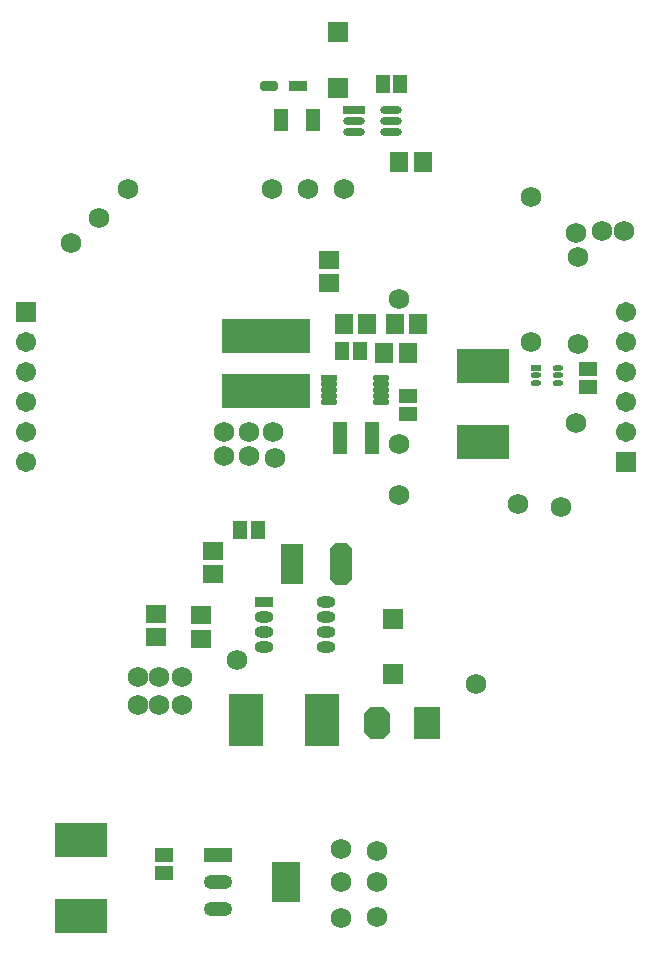
<source format=gts>
%FSLAX25Y25*%
%MOIN*%
G70*
G01*
G75*
G04 Layer_Color=8388736*
%ADD10C,0.03000*%
%ADD11C,0.02000*%
%ADD12C,0.01000*%
%ADD13C,0.01500*%
%ADD14C,0.01200*%
%ADD15O,0.02756X0.01181*%
%ADD16R,0.02756X0.01181*%
%ADD17O,0.04724X0.01221*%
%ADD18R,0.04724X0.01221*%
%ADD19R,0.06693X0.13000*%
G04:AMPARAMS|DCode=20|XSize=66.93mil|YSize=130mil|CornerRadius=0mil|HoleSize=0mil|Usage=FLASHONLY|Rotation=180.000|XOffset=0mil|YOffset=0mil|HoleType=Round|Shape=Octagon|*
%AMOCTAGOND20*
4,1,8,0.01673,-0.06500,-0.01673,-0.06500,-0.03347,-0.04827,-0.03347,0.04827,-0.01673,0.06500,0.01673,0.06500,0.03347,0.04827,0.03347,-0.04827,0.01673,-0.06500,0.0*
%
%ADD20OCTAGOND20*%

G04:AMPARAMS|DCode=21|XSize=78.74mil|YSize=98.43mil|CornerRadius=0mil|HoleSize=0mil|Usage=FLASHONLY|Rotation=180.000|XOffset=0mil|YOffset=0mil|HoleType=Round|Shape=Octagon|*
%AMOCTAGOND21*
4,1,8,0.01969,-0.04921,-0.01969,-0.04921,-0.03937,-0.02953,-0.03937,0.02953,-0.01969,0.04921,0.01969,0.04921,0.03937,0.02953,0.03937,-0.02953,0.01969,-0.04921,0.0*
%
%ADD21OCTAGOND21*%

%ADD22R,0.07874X0.09843*%
%ADD23R,0.04331X0.05512*%
%ADD24R,0.10906X0.16732*%
%ADD25R,0.05906X0.05512*%
%ADD26R,0.06000X0.06000*%
%ADD27R,0.05500X0.03000*%
%ADD28O,0.05500X0.03000*%
%ADD29R,0.05512X0.05906*%
%ADD30R,0.04331X0.06693*%
%ADD31R,0.05512X0.02559*%
G04:AMPARAMS|DCode=32|XSize=55.12mil|YSize=25.59mil|CornerRadius=0mil|HoleSize=0mil|Usage=FLASHONLY|Rotation=180.000|XOffset=0mil|YOffset=0mil|HoleType=Round|Shape=Octagon|*
%AMOCTAGOND32*
4,1,8,-0.02756,0.00640,-0.02756,-0.00640,-0.02116,-0.01280,0.02116,-0.01280,0.02756,-0.00640,0.02756,0.00640,0.02116,0.01280,-0.02116,0.01280,-0.02756,0.00640,0.0*
%
%ADD32OCTAGOND32*%

%ADD33R,0.08661X0.12795*%
%ADD34O,0.08661X0.03937*%
%ADD35R,0.08661X0.03937*%
%ADD36R,0.16732X0.10906*%
%ADD37R,0.04331X0.10236*%
%ADD38R,0.05512X0.04331*%
%ADD39R,0.28740X0.10433*%
%ADD40R,0.06496X0.01969*%
%ADD41O,0.06496X0.01969*%
%ADD42C,0.02500*%
%ADD43C,0.05906*%
%ADD44R,0.05906X0.05906*%
%ADD45C,0.06000*%
%ADD46C,0.00787*%
%ADD47O,0.03556X0.01981*%
%ADD48R,0.03556X0.01981*%
%ADD49O,0.05524X0.02021*%
%ADD50R,0.05524X0.02021*%
%ADD51R,0.07493X0.13800*%
G04:AMPARAMS|DCode=52|XSize=74.93mil|YSize=138mil|CornerRadius=0mil|HoleSize=0mil|Usage=FLASHONLY|Rotation=180.000|XOffset=0mil|YOffset=0mil|HoleType=Round|Shape=Octagon|*
%AMOCTAGOND52*
4,1,8,0.01873,-0.06900,-0.01873,-0.06900,-0.03747,-0.05027,-0.03747,0.05027,-0.01873,0.06900,0.01873,0.06900,0.03747,0.05027,0.03747,-0.05027,0.01873,-0.06900,0.0*
%
%ADD52OCTAGOND52*%

G04:AMPARAMS|DCode=53|XSize=86.74mil|YSize=106.42mil|CornerRadius=0mil|HoleSize=0mil|Usage=FLASHONLY|Rotation=180.000|XOffset=0mil|YOffset=0mil|HoleType=Round|Shape=Octagon|*
%AMOCTAGOND53*
4,1,8,0.02169,-0.05321,-0.02169,-0.05321,-0.04337,-0.03153,-0.04337,0.03153,-0.02169,0.05321,0.02169,0.05321,0.04337,0.03153,0.04337,-0.03153,0.02169,-0.05321,0.0*
%
%ADD53OCTAGOND53*%

%ADD54R,0.08674X0.10642*%
%ADD55R,0.05131X0.06312*%
%ADD56R,0.11706X0.17532*%
%ADD57R,0.06706X0.06312*%
%ADD58R,0.06800X0.06800*%
%ADD59R,0.06300X0.03800*%
%ADD60O,0.06300X0.03800*%
%ADD61R,0.06312X0.06706*%
%ADD62R,0.05131X0.07493*%
%ADD63R,0.06312X0.03359*%
G04:AMPARAMS|DCode=64|XSize=63.12mil|YSize=33.59mil|CornerRadius=0mil|HoleSize=0mil|Usage=FLASHONLY|Rotation=180.000|XOffset=0mil|YOffset=0mil|HoleType=Round|Shape=Octagon|*
%AMOCTAGOND64*
4,1,8,-0.03156,0.00840,-0.03156,-0.00840,-0.02316,-0.01680,0.02316,-0.01680,0.03156,-0.00840,0.03156,0.00840,0.02316,0.01680,-0.02316,0.01680,-0.03156,0.00840,0.0*
%
%ADD64OCTAGOND64*%

%ADD65R,0.09461X0.13595*%
%ADD66O,0.09461X0.04737*%
%ADD67R,0.09461X0.04737*%
%ADD68R,0.17532X0.11706*%
%ADD69R,0.05131X0.11036*%
%ADD70R,0.06312X0.05131*%
%ADD71R,0.29540X0.11233*%
%ADD72R,0.07296X0.02769*%
%ADD73O,0.07296X0.02769*%
%ADD74C,0.06706*%
%ADD75R,0.06706X0.06706*%
%ADD76C,0.06800*%
D47*
X312480Y249882D02*
D03*
Y252441D02*
D03*
Y255000D02*
D03*
X305000Y249882D02*
D03*
Y252441D02*
D03*
D48*
Y255000D02*
D03*
D49*
X253323Y243626D02*
D03*
Y245595D02*
D03*
Y247563D02*
D03*
Y249532D02*
D03*
Y251500D02*
D03*
X236000Y243626D02*
D03*
Y245595D02*
D03*
Y247563D02*
D03*
Y249532D02*
D03*
D50*
Y251500D02*
D03*
D51*
X223750Y189500D02*
D03*
D52*
X240250D02*
D03*
D53*
X252232Y136500D02*
D03*
D54*
X268768D02*
D03*
D55*
X206547Y201000D02*
D03*
X212453D02*
D03*
X254047Y349500D02*
D03*
X259953D02*
D03*
X240547Y260500D02*
D03*
X246453D02*
D03*
D56*
X233677Y137500D02*
D03*
X208323D02*
D03*
D57*
X197500Y186063D02*
D03*
Y193937D02*
D03*
X178500Y165063D02*
D03*
Y172937D02*
D03*
X193500Y172437D02*
D03*
Y164563D02*
D03*
X236000Y290937D02*
D03*
Y283063D02*
D03*
D58*
X257500Y152750D02*
D03*
Y171250D02*
D03*
X239000Y366750D02*
D03*
Y348250D02*
D03*
D59*
X214500Y177000D02*
D03*
D60*
Y172000D02*
D03*
Y167000D02*
D03*
Y162000D02*
D03*
X235000Y177000D02*
D03*
Y172000D02*
D03*
Y167000D02*
D03*
Y162000D02*
D03*
D61*
X259563Y323500D02*
D03*
X267437D02*
D03*
X265937Y269500D02*
D03*
X258063D02*
D03*
X248937D02*
D03*
X241063D02*
D03*
X254563Y260000D02*
D03*
X262437D02*
D03*
D62*
X230815Y337500D02*
D03*
X220185D02*
D03*
D63*
X225823Y349000D02*
D03*
D64*
X216177D02*
D03*
D65*
X221835Y83445D02*
D03*
D66*
X199000Y74390D02*
D03*
Y83445D02*
D03*
D67*
Y92500D02*
D03*
D68*
X287500Y255677D02*
D03*
Y230323D02*
D03*
X153500Y97677D02*
D03*
Y72323D02*
D03*
D69*
X239685Y231500D02*
D03*
X250315D02*
D03*
D70*
X262500Y239547D02*
D03*
Y245453D02*
D03*
X322500Y254453D02*
D03*
Y248547D02*
D03*
X181000Y86547D02*
D03*
Y92453D02*
D03*
D71*
X215000Y247346D02*
D03*
Y265653D02*
D03*
D72*
X244500Y341000D02*
D03*
D73*
Y337260D02*
D03*
Y333520D02*
D03*
X256902Y341000D02*
D03*
Y337260D02*
D03*
Y333520D02*
D03*
D74*
X335000Y273500D02*
D03*
Y263500D02*
D03*
Y253500D02*
D03*
Y243500D02*
D03*
Y233500D02*
D03*
X135000Y223500D02*
D03*
Y233500D02*
D03*
Y243500D02*
D03*
Y253500D02*
D03*
Y263500D02*
D03*
D75*
X335000Y223500D02*
D03*
X135000Y273500D02*
D03*
D76*
X205500Y157500D02*
D03*
X285000Y149500D02*
D03*
X187000Y152000D02*
D03*
X179500D02*
D03*
X172500D02*
D03*
Y142500D02*
D03*
X179500D02*
D03*
X187000D02*
D03*
X334500Y300500D02*
D03*
X327000D02*
D03*
X318500Y300000D02*
D03*
X319000Y292000D02*
D03*
Y263000D02*
D03*
X201000Y233500D02*
D03*
Y225500D02*
D03*
X209500D02*
D03*
X217500Y233500D02*
D03*
X218000Y225000D02*
D03*
X209500Y233500D02*
D03*
X259500Y229500D02*
D03*
Y212500D02*
D03*
X241000Y314500D02*
D03*
X229000D02*
D03*
X217000D02*
D03*
X240000Y94500D02*
D03*
Y83500D02*
D03*
Y71500D02*
D03*
X252000Y72000D02*
D03*
Y83500D02*
D03*
Y94000D02*
D03*
X150000Y296500D02*
D03*
X159500Y305000D02*
D03*
X169000Y314500D02*
D03*
X303500Y312000D02*
D03*
Y263500D02*
D03*
X299000Y209500D02*
D03*
X318500Y236500D02*
D03*
X313500Y208500D02*
D03*
X259500Y278000D02*
D03*
M02*

</source>
